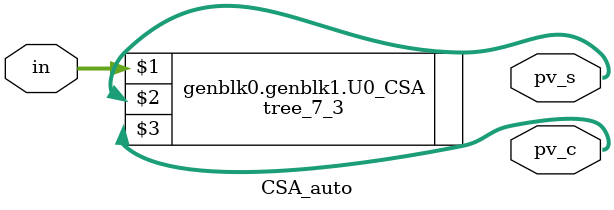
<source format=sv>
`include "../src/CSA_block.sv"

module CSA_auto
	#(
		parameter MAX = 'd7,
		parameter INPUT = 'd7
	)
	(
		input logic [MAX*INPUT -'d1:0] in,
		output logic [MAX-'d1:0] pv_s, pv_c
	);
	
	generate begin
		case(INPUT)
		'd2: begin
			assign pv_s = in[0];
			assign pv_c = in[1];
		end
		'd3: tree_3_2 #(MAX) U0_CSA(in, pv_s, pv_c);
		'd4: tree_4_2 #(MAX) U0_CSA(in, pv_s, pv_c);
		'd5: tree_5_3 #(MAX) U0_CSA(in, pv_s, pv_c);
		'd6: tree_6_3 #(MAX) U0_CSA(in, pv_s, pv_c);
		'd7: tree_7_3 #(MAX) U0_CSA(in, pv_s, pv_c);
		default: tree_7_3 #(MAX) U0_CSA(in, pv_s, pv_c);
		endcase
	end endgenerate
	
	
	
endmodule
</source>
